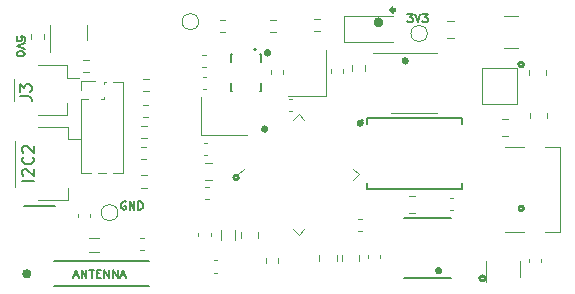
<source format=gbr>
%TF.GenerationSoftware,KiCad,Pcbnew,(6.0.9)*%
%TF.CreationDate,2022-11-24T16:48:46+01:00*%
%TF.ProjectId,LDAD ATOM PRO,4c444144-2041-4544-9f4d-2050524f2e6b,5.3*%
%TF.SameCoordinates,Original*%
%TF.FileFunction,Legend,Top*%
%TF.FilePolarity,Positive*%
%FSLAX46Y46*%
G04 Gerber Fmt 4.6, Leading zero omitted, Abs format (unit mm)*
G04 Created by KiCad (PCBNEW (6.0.9)) date 2022-11-24 16:48:46*
%MOMM*%
%LPD*%
G01*
G04 APERTURE LIST*
%ADD10C,0.280000*%
%ADD11C,0.340000*%
%ADD12C,0.150000*%
%ADD13C,0.120000*%
%ADD14C,0.127000*%
%ADD15C,0.381000*%
%ADD16C,0.300000*%
%ADD17C,0.200000*%
G04 APERTURE END LIST*
D10*
X152501050Y-107610000D02*
G75*
G03*
X152501050Y-107610000I-191050J0D01*
G01*
D11*
X147470799Y-86590000D02*
G75*
G03*
X147470799Y-86590000I-250799J0D01*
G01*
D10*
X149671050Y-89850000D02*
G75*
G03*
X149671050Y-89850000I-191050J0D01*
G01*
X138011050Y-89170000D02*
G75*
G03*
X138011050Y-89170000I-191050J0D01*
G01*
X156248694Y-108268951D02*
G75*
G03*
X156248694Y-108268951I-218694J0D01*
G01*
X159501050Y-102350000D02*
G75*
G03*
X159501050Y-102350000I-191050J0D01*
G01*
X145861050Y-95120000D02*
G75*
G03*
X145861050Y-95120000I-191050J0D01*
G01*
X135361050Y-99730000D02*
G75*
G03*
X135361050Y-99730000I-191050J0D01*
G01*
X159501050Y-90160000D02*
G75*
G03*
X159501050Y-90160000I-191050J0D01*
G01*
X137771050Y-95630000D02*
G75*
G03*
X137771050Y-95630000I-191050J0D01*
G01*
D12*
X121460000Y-108016666D02*
X121793333Y-108016666D01*
X121393333Y-108216666D02*
X121626666Y-107516666D01*
X121860000Y-108216666D01*
X122093333Y-108216666D02*
X122093333Y-107516666D01*
X122493333Y-108216666D01*
X122493333Y-107516666D01*
X122726666Y-107516666D02*
X123126666Y-107516666D01*
X122926666Y-108216666D02*
X122926666Y-107516666D01*
X123360000Y-107850000D02*
X123593333Y-107850000D01*
X123693333Y-108216666D02*
X123360000Y-108216666D01*
X123360000Y-107516666D01*
X123693333Y-107516666D01*
X123993333Y-108216666D02*
X123993333Y-107516666D01*
X124393333Y-108216666D01*
X124393333Y-107516666D01*
X124726666Y-108216666D02*
X124726666Y-107516666D01*
X125126666Y-108216666D01*
X125126666Y-107516666D01*
X125426666Y-108016666D02*
X125760000Y-108016666D01*
X125360000Y-108216666D02*
X125593333Y-107516666D01*
X125826666Y-108216666D01*
X149673333Y-85866666D02*
X150106666Y-85866666D01*
X149873333Y-86133333D01*
X149973333Y-86133333D01*
X150040000Y-86166666D01*
X150073333Y-86200000D01*
X150106666Y-86266666D01*
X150106666Y-86433333D01*
X150073333Y-86500000D01*
X150040000Y-86533333D01*
X149973333Y-86566666D01*
X149773333Y-86566666D01*
X149706666Y-86533333D01*
X149673333Y-86500000D01*
X150306666Y-85866666D02*
X150540000Y-86566666D01*
X150773333Y-85866666D01*
X150940000Y-85866666D02*
X151373333Y-85866666D01*
X151140000Y-86133333D01*
X151240000Y-86133333D01*
X151306666Y-86166666D01*
X151340000Y-86200000D01*
X151373333Y-86266666D01*
X151373333Y-86433333D01*
X151340000Y-86500000D01*
X151306666Y-86533333D01*
X151240000Y-86566666D01*
X151040000Y-86566666D01*
X150973333Y-86533333D01*
X150940000Y-86500000D01*
X125816666Y-101780000D02*
X125750000Y-101746666D01*
X125650000Y-101746666D01*
X125550000Y-101780000D01*
X125483333Y-101846666D01*
X125450000Y-101913333D01*
X125416666Y-102046666D01*
X125416666Y-102146666D01*
X125450000Y-102280000D01*
X125483333Y-102346666D01*
X125550000Y-102413333D01*
X125650000Y-102446666D01*
X125716666Y-102446666D01*
X125816666Y-102413333D01*
X125850000Y-102380000D01*
X125850000Y-102146666D01*
X125716666Y-102146666D01*
X126150000Y-102446666D02*
X126150000Y-101746666D01*
X126550000Y-102446666D01*
X126550000Y-101746666D01*
X126883333Y-102446666D02*
X126883333Y-101746666D01*
X127050000Y-101746666D01*
X127150000Y-101780000D01*
X127216666Y-101846666D01*
X127250000Y-101913333D01*
X127283333Y-102046666D01*
X127283333Y-102146666D01*
X127250000Y-102280000D01*
X127216666Y-102346666D01*
X127150000Y-102413333D01*
X127050000Y-102446666D01*
X126883333Y-102446666D01*
X117273333Y-88143333D02*
X117273333Y-87810000D01*
X116940000Y-87776666D01*
X116973333Y-87810000D01*
X117006666Y-87876666D01*
X117006666Y-88043333D01*
X116973333Y-88110000D01*
X116940000Y-88143333D01*
X116873333Y-88176666D01*
X116706666Y-88176666D01*
X116640000Y-88143333D01*
X116606666Y-88110000D01*
X116573333Y-88043333D01*
X116573333Y-87876666D01*
X116606666Y-87810000D01*
X116640000Y-87776666D01*
X117273333Y-88376666D02*
X116573333Y-88610000D01*
X117273333Y-88843333D01*
X117273333Y-89210000D02*
X117273333Y-89276666D01*
X117240000Y-89343333D01*
X117206666Y-89376666D01*
X117140000Y-89410000D01*
X117006666Y-89443333D01*
X116840000Y-89443333D01*
X116706666Y-89410000D01*
X116640000Y-89376666D01*
X116606666Y-89343333D01*
X116573333Y-89276666D01*
X116573333Y-89210000D01*
X116606666Y-89143333D01*
X116640000Y-89110000D01*
X116706666Y-89076666D01*
X116840000Y-89043333D01*
X117006666Y-89043333D01*
X117140000Y-89076666D01*
X117206666Y-89110000D01*
X117240000Y-89143333D01*
X117273333Y-89210000D01*
%TO.C,*%
%TO.C,I2C2*%
X118052380Y-100002380D02*
X117052380Y-100002380D01*
X117147619Y-99573809D02*
X117100000Y-99526190D01*
X117052380Y-99430952D01*
X117052380Y-99192857D01*
X117100000Y-99097619D01*
X117147619Y-99050000D01*
X117242857Y-99002380D01*
X117338095Y-99002380D01*
X117480952Y-99050000D01*
X118052380Y-99621428D01*
X118052380Y-99002380D01*
X117957142Y-98002380D02*
X118004761Y-98050000D01*
X118052380Y-98192857D01*
X118052380Y-98288095D01*
X118004761Y-98430952D01*
X117909523Y-98526190D01*
X117814285Y-98573809D01*
X117623809Y-98621428D01*
X117480952Y-98621428D01*
X117290476Y-98573809D01*
X117195238Y-98526190D01*
X117100000Y-98430952D01*
X117052380Y-98288095D01*
X117052380Y-98192857D01*
X117100000Y-98050000D01*
X117147619Y-98002380D01*
X117147619Y-97621428D02*
X117100000Y-97573809D01*
X117052380Y-97478571D01*
X117052380Y-97240476D01*
X117100000Y-97145238D01*
X117147619Y-97097619D01*
X117242857Y-97050000D01*
X117338095Y-97050000D01*
X117480952Y-97097619D01*
X118052380Y-97669047D01*
X118052380Y-97050000D01*
%TO.C,J3*%
X116852380Y-92843333D02*
X117566666Y-92843333D01*
X117709523Y-92890952D01*
X117804761Y-92986190D01*
X117852380Y-93129047D01*
X117852380Y-93224285D01*
X116852380Y-92462380D02*
X116852380Y-91843333D01*
X117233333Y-92176666D01*
X117233333Y-92033809D01*
X117280952Y-91938571D01*
X117328571Y-91890952D01*
X117423809Y-91843333D01*
X117661904Y-91843333D01*
X117757142Y-91890952D01*
X117804761Y-91938571D01*
X117852380Y-92033809D01*
X117852380Y-92319523D01*
X117804761Y-92414761D01*
X117757142Y-92462380D01*
%TO.C,*%
D13*
%TO.C,EC20*%
X131980000Y-104399420D02*
X131980000Y-104680580D01*
X133000000Y-104399420D02*
X133000000Y-104680580D01*
%TO.C,EC18*%
X142225000Y-106801252D02*
X142225000Y-106278748D01*
X143695000Y-106801252D02*
X143695000Y-106278748D01*
%TO.C,AUC1*%
X147370000Y-106259420D02*
X147370000Y-106540580D01*
X146350000Y-106259420D02*
X146350000Y-106540580D01*
%TO.C,AR1*%
X161425000Y-90622936D02*
X161425000Y-91077064D01*
X159955000Y-90622936D02*
X159955000Y-91077064D01*
%TO.C,EC25*%
X149828748Y-102745000D02*
X150351252Y-102745000D01*
X149828748Y-101275000D02*
X150351252Y-101275000D01*
%TO.C,LR1*%
X141802742Y-86287500D02*
X142277258Y-86287500D01*
X141802742Y-87332500D02*
X142277258Y-87332500D01*
%TO.C,EXP_R2*%
X127597258Y-95327500D02*
X127122742Y-95327500D01*
X127597258Y-96372500D02*
X127122742Y-96372500D01*
%TO.C,ECY3*%
X132170000Y-92912500D02*
X132170000Y-96112500D01*
X132170000Y-96112500D02*
X136070000Y-96112500D01*
%TO.C,EC60*%
X132620580Y-91220000D02*
X132339420Y-91220000D01*
X132620580Y-92240000D02*
X132339420Y-92240000D01*
%TO.C,EC61*%
X132720580Y-97860000D02*
X132439420Y-97860000D01*
X132720580Y-96840000D02*
X132439420Y-96840000D01*
%TO.C,ESP32S3*%
X139990432Y-94824308D02*
X140450051Y-94364689D01*
X140909670Y-104115692D02*
X140450051Y-104575311D01*
X145555362Y-99470000D02*
X145095743Y-99010381D01*
X140450051Y-104575311D02*
X139990432Y-104115692D01*
X135804359Y-99010381D02*
X135344740Y-99470000D01*
X140450051Y-94364689D02*
X140909670Y-94824308D01*
X145095743Y-99929619D02*
X145555362Y-99470000D01*
%TO.C,ER1*%
X137697500Y-106979758D02*
X137697500Y-106505242D01*
X138742500Y-106979758D02*
X138742500Y-106505242D01*
%TO.C,ER3*%
X122212742Y-89747500D02*
X122687258Y-89747500D01*
X122212742Y-90792500D02*
X122687258Y-90792500D01*
%TO.C,EC38*%
X127049420Y-104810000D02*
X127330580Y-104810000D01*
X127049420Y-105830000D02*
X127330580Y-105830000D01*
%TO.C,J2*%
X162620000Y-104360000D02*
X161360000Y-104360000D01*
X162620000Y-97140000D02*
X162620000Y-104360000D01*
X159560000Y-104360000D02*
X157920000Y-104360000D01*
X159560000Y-97140000D02*
X157900000Y-97140000D01*
X161360000Y-97140000D02*
X162620000Y-97140000D01*
%TO.C,SHC1*%
X159940000Y-106900580D02*
X159940000Y-106619420D01*
X160960000Y-106900580D02*
X160960000Y-106619420D01*
%TO.C,PSR1*%
X146062500Y-90697258D02*
X146062500Y-90222742D01*
X145017500Y-90697258D02*
X145017500Y-90222742D01*
%TO.C,SH1*%
X159170000Y-108110000D02*
X159170000Y-106810000D01*
X156350000Y-108550000D02*
X156350000Y-106810000D01*
D14*
%TO.C,J20*%
X119795000Y-102160000D02*
X117195000Y-102160000D01*
D13*
%TO.C,EC26*%
X145509420Y-104280000D02*
X145790580Y-104280000D01*
X145509420Y-103260000D02*
X145790580Y-103260000D01*
%TO.C,AC1*%
X153581252Y-87925000D02*
X153058748Y-87925000D01*
X153581252Y-86455000D02*
X153058748Y-86455000D01*
%TO.C,EC40*%
X135545000Y-104831252D02*
X135545000Y-104308748D01*
X137015000Y-104831252D02*
X137015000Y-104308748D01*
%TO.C,EXP_R1*%
X127717258Y-94622500D02*
X127242742Y-94622500D01*
X127717258Y-93577500D02*
X127242742Y-93577500D01*
%TO.C,TP2*%
X151360000Y-87530000D02*
G75*
G03*
X151360000Y-87530000I-700000J0D01*
G01*
%TO.C,EC17*%
X145605000Y-106781252D02*
X145605000Y-106258748D01*
X144135000Y-106781252D02*
X144135000Y-106258748D01*
%TO.C,AL1*%
X157817936Y-88760000D02*
X159022064Y-88760000D01*
X157817936Y-86040000D02*
X159022064Y-86040000D01*
%TO.C,EPS1*%
X150190000Y-94290000D02*
X148240000Y-94290000D01*
X150190000Y-89170000D02*
X146740000Y-89170000D01*
X150190000Y-89170000D02*
X152140000Y-89170000D01*
X150190000Y-94290000D02*
X152140000Y-94290000D01*
%TO.C,ICR1*%
X133762742Y-86367500D02*
X134237258Y-86367500D01*
X133762742Y-87412500D02*
X134237258Y-87412500D01*
D14*
%TO.C,ANT1*%
X119790000Y-106830000D02*
X127790000Y-106830000D01*
X127790000Y-108930000D02*
X119790000Y-108930000D01*
D15*
X117630500Y-107880000D02*
G75*
G03*
X117630500Y-107880000I-190500J0D01*
G01*
D13*
%TO.C,EC16*%
X139609420Y-94080000D02*
X139890580Y-94080000D01*
X139609420Y-93060000D02*
X139890580Y-93060000D01*
%TO.C,IMUC1*%
X132319420Y-89360000D02*
X132600580Y-89360000D01*
X132319420Y-90380000D02*
X132600580Y-90380000D01*
%TO.C,EXP_R3*%
X127567258Y-97107500D02*
X127092742Y-97107500D01*
X127567258Y-98152500D02*
X127092742Y-98152500D01*
%TO.C,Q5*%
X119430000Y-87460000D02*
X119430000Y-89135000D01*
X122550000Y-87460000D02*
X122550000Y-86810000D01*
X122550000Y-87460000D02*
X122550000Y-88110000D01*
X119430000Y-87460000D02*
X119430000Y-86810000D01*
%TO.C,EXP_R4*%
X127597258Y-100572500D02*
X127122742Y-100572500D01*
X127597258Y-99527500D02*
X127122742Y-99527500D01*
%TO.C,EC51*%
X143210000Y-90840580D02*
X143210000Y-90559420D01*
X144230000Y-90840580D02*
X144230000Y-90559420D01*
%TO.C,EC15*%
X132559420Y-101580000D02*
X132840580Y-101580000D01*
X132559420Y-100560000D02*
X132840580Y-100560000D01*
%TO.C,TP3*%
X125150000Y-102705000D02*
G75*
G03*
X125150000Y-102705000I-700000J0D01*
G01*
%TO.C,IDR1*%
X138042742Y-87422500D02*
X138517258Y-87422500D01*
X138042742Y-86377500D02*
X138517258Y-86377500D01*
%TO.C,QR1*%
X117827500Y-88017258D02*
X117827500Y-87542742D01*
X118872500Y-88017258D02*
X118872500Y-87542742D01*
%TO.C,L2*%
X133920000Y-105009622D02*
X133920000Y-104210378D01*
X135040000Y-105009622D02*
X135040000Y-104210378D01*
%TO.C,AC2*%
X158211252Y-96205000D02*
X157688748Y-96205000D01*
X158211252Y-94735000D02*
X157688748Y-94735000D01*
%TO.C,LED1*%
X144325000Y-88235000D02*
X148410000Y-88235000D01*
X144325000Y-86065000D02*
X144325000Y-88235000D01*
X148410000Y-86065000D02*
X144325000Y-86065000D01*
D16*
X148596496Y-85543504D02*
G75*
G03*
X148596496Y-85543504I-161496J0D01*
G01*
D13*
%TO.C,EC19*%
X133570580Y-107770000D02*
X133289420Y-107770000D01*
X133570580Y-106750000D02*
X133289420Y-106750000D01*
%TO.C,EC14*%
X132568748Y-98485000D02*
X133091252Y-98485000D01*
X132568748Y-99955000D02*
X133091252Y-99955000D01*
%TO.C,AU1*%
X158975000Y-93485000D02*
X155975000Y-93485000D01*
X155975000Y-93485000D02*
X155975000Y-90485000D01*
X155975000Y-90485000D02*
X158975000Y-90485000D01*
X158975000Y-90485000D02*
X158975000Y-93485000D01*
D17*
X159445011Y-90135000D02*
G75*
G03*
X159445011Y-90135000I-200006J0D01*
G01*
D13*
%TO.C,I2C2*%
X120925000Y-101660000D02*
X120925000Y-100610000D01*
X118425000Y-101660000D02*
X120925000Y-101660000D01*
X120925000Y-96490000D02*
X121915000Y-96490000D01*
X120925000Y-95440000D02*
X120925000Y-96490000D01*
X116455000Y-96610000D02*
X116455000Y-100490000D01*
X118425000Y-95440000D02*
X120925000Y-95440000D01*
%TO.C,EC50*%
X138110000Y-90940580D02*
X138110000Y-90659420D01*
X139130000Y-90940580D02*
X139130000Y-90659420D01*
D17*
%TO.C,ESP_FLASH1*%
X146290000Y-95160000D02*
X146290000Y-94660000D01*
X146290000Y-100660000D02*
X154290000Y-100660000D01*
X154290000Y-94660000D02*
X154290000Y-95160000D01*
X146290000Y-94660000D02*
X154290000Y-94660000D01*
X154290000Y-100660000D02*
X154290000Y-100160000D01*
X146290000Y-100160000D02*
X146290000Y-100660000D01*
X145890000Y-94910000D02*
G75*
G03*
X145890000Y-94910000I-100000J0D01*
G01*
D13*
%TO.C,EC37*%
X121810000Y-103100580D02*
X121810000Y-102819420D01*
X122830000Y-103100580D02*
X122830000Y-102819420D01*
%TO.C,EL4*%
X122750378Y-105990000D02*
X123549622Y-105990000D01*
X122750378Y-104870000D02*
X123549622Y-104870000D01*
%TO.C,AR2*%
X161485000Y-94232936D02*
X161485000Y-94687064D01*
X160015000Y-94232936D02*
X160015000Y-94687064D01*
%TO.C,J3*%
X116395000Y-91400000D02*
X116395000Y-93280000D01*
X120865000Y-94450000D02*
X120865000Y-93400000D01*
X118365000Y-94450000D02*
X120865000Y-94450000D01*
X118365000Y-90230000D02*
X120865000Y-90230000D01*
X120865000Y-90230000D02*
X120865000Y-91280000D01*
X120865000Y-91280000D02*
X121855000Y-91280000D01*
%TO.C,J1*%
X122075000Y-92335000D02*
X122075000Y-91575000D01*
X122075000Y-91575000D02*
X123205000Y-91575000D01*
X122075000Y-93095000D02*
X122075000Y-99380000D01*
X123512530Y-99380000D02*
X124167470Y-99380000D01*
X125605000Y-91640000D02*
X125605000Y-99380000D01*
X123768471Y-93095000D02*
X123911529Y-93095000D01*
X122075000Y-93095000D02*
X122641529Y-93095000D01*
X123965000Y-91771529D02*
X123965000Y-91640000D01*
X123965000Y-91640000D02*
X124167470Y-91640000D01*
X124782530Y-99380000D02*
X125605000Y-99380000D01*
X122075000Y-99380000D02*
X122897470Y-99380000D01*
X123965000Y-93041529D02*
X123965000Y-92898471D01*
X124782530Y-91640000D02*
X125605000Y-91640000D01*
D14*
%TO.C,U2*%
X153395000Y-103160000D02*
X149405000Y-103160000D01*
X153395000Y-108200000D02*
X149405000Y-108200000D01*
D17*
X155950000Y-108175000D02*
G75*
G03*
X155950000Y-108175000I-100000J0D01*
G01*
D14*
%TO.C,IMU1*%
X134710000Y-92380000D02*
X134710000Y-91730000D01*
X134860000Y-92380000D02*
X134710000Y-92380000D01*
X137310000Y-89930000D02*
X137310000Y-89280000D01*
X137310000Y-89280000D02*
X137160000Y-89280000D01*
X134860000Y-89280000D02*
X134710000Y-89280000D01*
X137310000Y-92380000D02*
X137160000Y-92380000D01*
X134710000Y-89280000D02*
X134710000Y-89930000D01*
X137310000Y-91730000D02*
X137310000Y-92380000D01*
D17*
X136860000Y-88880000D02*
G75*
G03*
X136860000Y-88880000I-100000J0D01*
G01*
D13*
%TO.C,ER2*%
X127282742Y-91377500D02*
X127757258Y-91377500D01*
X127282742Y-92422500D02*
X127757258Y-92422500D01*
%TO.C,EC24*%
X153540580Y-102490000D02*
X153259420Y-102490000D01*
X153540580Y-101470000D02*
X153259420Y-101470000D01*
%TO.C,ECY2*%
X142760000Y-92850000D02*
X142760000Y-88950000D01*
X139560000Y-92850000D02*
X142760000Y-92850000D01*
%TO.C,TP1*%
X131990000Y-86530000D02*
G75*
G03*
X131990000Y-86530000I-700000J0D01*
G01*
%TD*%
M02*

</source>
